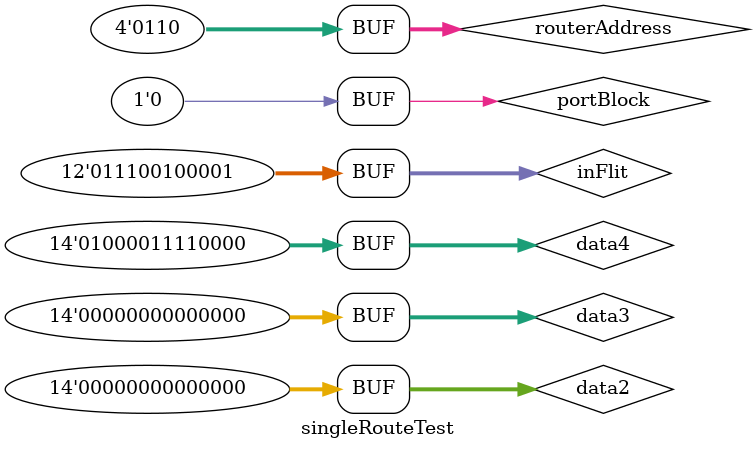
<source format=v>
module singleRouteTest();

	parameter flitWidth = 12;
	parameter routerAddressWidth = 4;
	parameter portAddressWidth = 2;
	parameter modifiedFlitWidth=14;

	reg [flitWidth-1:0] inFlit;
	reg [modifiedFlitWidth-1:0] data2,data3,data4;
	reg [routerAddressWidth-1:0] routerAddress;
	reg [portAddressWidth-1:0] portAddress;
	reg portBlock;

	wire [flitWidth-1:0] outputData;
	wire [modifiedFlitWidth-1:0] outFlitPort1, outFlitPort2, outFlitPort3, outFlitPort4;
	wire portBlock1, portBlock2, portBlock3, portBlock4;

	inputPort in1(inFlit, routerAddress, portBlock, outFlitPort1, outFlitPort2, outFlitPort3, outFlitPort4);
	outputPort o1(outFlitPort1, data2, data3, data4, portBlock1, portBlock2, portBlock3, portBlock4, outputData);

	initial
	begin
		routerAddress=4'b0110;
		portBlock = 0;

		inFlit=12'b100100101011;
		data2 =14'b00000000000000;
		data3 =14'b01100000011110;
		data4 =14'b01000011110000;

		
		#10 inFlit=12'b000000000000;


		
		#10 inFlit=12'b011100100001;

		
		#10 data2 =14'b01000110001010;
		//#10 data2 =14'b01011000011010;


		
		#10 data3 =14'b00000000000000;
		data2 =14'b00000000000000;
	end

endmodule

</source>
